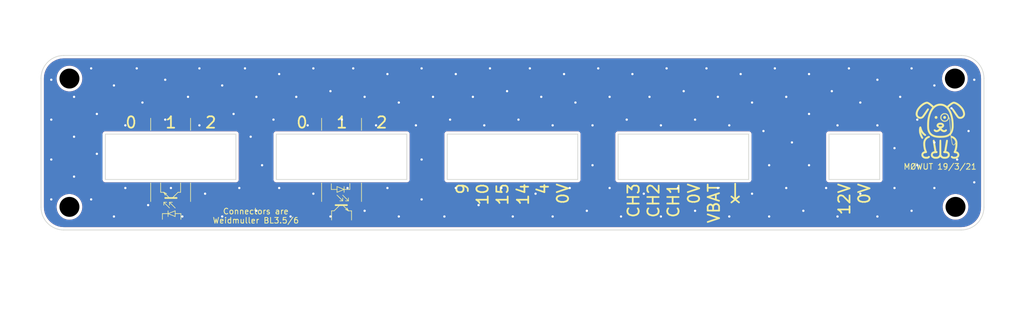
<source format=kicad_pcb>
(kicad_pcb (version 20210126) (generator pcbnew)
  (layers (0 "F.Cu" signal) (31 "B.Cu" signal) (34 "B.Paste" user) (35 "F.Paste" user) (36 "B.SilkS" user "B.Silkscreen") (37 "F.SilkS" user "F.Silkscreen") (38 "B.Mask" user) (39 "F.Mask" user) (44 "Edge.Cuts" user))
  (net 0 "")
  (net 1 "GND")
  (footprint "MountingHole:MountingHole_3.5mm" (layer "F.Cu") (at 224.960469 128.309485)
    (fp_text reference "REF**" hide)
    (fp_text value "MountingHole_3.5mm")
    (pad "" np_thru_hole circle (at 0 0) (size 3.5 3.5) (drill 3.5) (layers *.Mask))
  )
  (footprint "MountingHole:MountingHole_3.5mm" (layer "F.Cu") (at 69.440469 128.309485)
    (fp_text reference "REF**" hide)
    (fp_text value "MountingHole_3.5mm")
    (pad "" np_thru_hole circle (at 0 0) (size 3.5 3.5) (drill 3.5) (layers *.Mask))
  )
  (footprint "MountingHole:MountingHole_3.5mm" (layer "F.Cu") (at 224.960469 105.79)
    (fp_text reference "REF**" hide)
    (fp_text value "MountingHole_3.5mm")
    (pad "" np_thru_hole circle (at -0.110469 0) (size 3.5 3.5) (drill 3.5) (layers *.Mask))
  )
  (footprint "MountingHole:MountingHole_3.5mm" (layer "F.Cu") (at 69.44 105.79)
    (fp_text reference "REF**" hide)
    (fp_text value "MountingHole_3.5mm")
    (pad "" np_thru_hole circle (at 0 0) (size 3.5 3.5) (drill 3.5) (layers *.Mask))
  )
  (footprint "Misc_WUT:Logo_10mmx10mm" (layer "F.Cu") (at 222.25 115)
    (fp_text reference "REF**" hide)
    (fp_text value "Logo_10mmx10mm" hide)
    (fp_poly (pts (xy 0.129206 -1.458827) (xy 0.266306 -1.441282) (xy 0.370169 -1.41155) (xy 0.493666 -1.346092) (xy 0.591956 -1.260651) (xy 0.662403 -1.160375) (xy 0.702372 -1.05041) (xy 0.709224 -0.935902) (xy 0.680326 -0.821999) (xy 0.676545 -0.813405) (xy 0.625981 -0.735162) (xy 0.549984 -0.656479) (xy 0.460598 -0.587981) (xy 0.369865 -0.540293) (xy 0.364823 -0.538392) (xy 0.308912 -0.516486) (xy 0.268921 -0.498359) (xy 0.258783 -0.49226) (xy 0.25964 -0.469704) (xy 0.282099 -0.427853) (xy 0.319942 -0.374857) (xy 0.36695 -0.318863) (xy 0.416906 -0.268019) (xy 0.452828 -0.237976) (xy 0.562325 -0.175059) (xy 0.67048 -0.146021) (xy 0.772414 -0.150968) (xy 0.863246 -0.190002) (xy 0.908829 -0.228211) (xy 0.978164 -0.279526) (xy 1.050345 -0.299335) (xy 1.117464 -0.288475) (xy 1.171613 -0.247785) (xy 1.199219 -0.197444) (xy 1.206408 -0.119326) (xy 1.174676 -0.037853) (xy 1.104018 0.046985) (xy 1.101461 0.049425) (xy 0.995751 0.123988) (xy 0.869133 0.170962) (xy 0.729704 0.188945) (xy 0.58556 0.176536) (xy 0.499378 0.153648) (xy 0.37484 0.100951) (xy 0.256636 0.031968) (xy 0.157124 -0.04542) (xy 0.10967 -0.09485) (xy 0.053803 -0.162626) (xy -0.046383 -0.062439) (xy -0.166289 0.036056) (xy -0.304058 0.113595) (xy -0.448406 0.164887) (xy -0.572497 0.18414) (xy -0.650064 0.184979) (xy -0.720356 0.180895) (xy -0.761907 0.174154) (xy -0.85636 0.142868) (xy -0.930077 0.103909) (xy -1.001342 0.047532) (xy -1.004026 0.045114) (xy -1.075794 -0.035817) (xy -1.110094 -0.114433) (xy -1.106419 -0.189302) (xy -1.095904 -0.214674) (xy -1.061335 -0.26408) (xy -1.01519 -0.289105) (xy -0.944822 -0.296375) (xy -0.939988 -0.296392) (xy -0.884794 -0.28521) (xy -0.830353 -0.247205) (xy -0.81095 -0.228211) (xy -0.728774 -0.169398) (xy -0.632671 -0.144735) (xy -0.527521 -0.154116) (xy -0.418206 -0.197437) (xy -0.354949 -0.237976) (xy -0.306891 -0.279521) (xy -0.257081 -0.332374) (xy -0.211737 -0.388388) (xy -0.177078 -0.439415) (xy -0.159321 -0.477305) (xy -0.160905 -0.49226) (xy -0.186528 -0.505748) (xy -0.235909 -0.526528) (xy -0.272299 -0.540437) (xy -0.378211 -0.594851) (xy -0.471904 -0.67185) (xy -0.546906 -0.763538) (xy -0.596744 -0.862019) (xy -0.614939 -0.958433) (xy -0.611112 -0.984419) (xy -0.279733 -0.984419) (xy -0.263629 -0.933631) (xy -0.21621 -0.884457) (xy -0.141029 -0.841287) (xy -0.090905 -0.822264) (xy -0.016024 -0.81043) (xy 0.078288 -0.812564) (xy 0.175666 -0.826967) (xy 0.259744 -0.85194) (xy 0.278778 -0.860649) (xy 0.342415 -0.905685) (xy 0.374816 -0.956922) (xy 0.373225 -1.008448) (xy 0.358852 -1.032434) (xy 0.294291 -1.082747) (xy 0.204673 -1.11611) (xy 0.100149 -1.132524) (xy -0.009131 -1.131987) (xy -0.113013 -1.114502) (xy -0.201347 -1.080066) (xy -0.260973 -1.032434) (xy -0.279733 -0.984419) (xy -0.611112 -0.984419) (xy -0.596943 -1.080615) (xy -0.543996 -1.194257) (xy -0.460085 -1.294085) (xy -0.349201 -1.374824) (xy -0.27229 -1.41155) (xy -0.154542 -1.443961) (xy -0.015893 -1.45972) (xy 0.129206 -1.458827)) (layer "F.SilkS") (width 0.01) (fill solid))
    (fp_poly (pts (xy 2.062011 0.862694) (xy 2.11976 0.876956) (xy 2.143842 0.88358) (xy 2.319784 0.951082) (xy 2.488698 1.05159) (xy 2.643425 1.17903) (xy 2.776805 1.327332) (xy 2.881679 1.490425) (xy 2.898099 1.523226) (xy 2.954018 1.652144) (xy 2.994262 1.775927) (xy 3.020816 1.904865) (xy 3.035664 2.04925) (xy 3.040792 2.219373) (xy 3.040805 2.263147) (xy 3.031851 2.506088) (xy 3.007972 2.751008) (xy 2.970721 2.988507) (xy 2.921651 3.209186) (xy 2.862316 3.403644) (xy 2.844527 3.450965) (xy 2.804915 3.551462) (xy 2.887427 3.573395) (xy 3.041328 3.632163) (xy 3.168994 3.718165) (xy 3.26819 3.828544) (xy 3.336682 3.960443) (xy 3.372237 4.111008) (xy 3.376953 4.199254) (xy 3.357497 4.345263) (xy 3.303136 4.479474) (xy 3.217115 4.598531) (xy 3.102684 4.699078) (xy 2.963088 4.777758) (xy 2.801576 4.831217) (xy 2.756312 4.840586) (xy 2.656121 4.853343) (xy 2.541665 4.859251) (xy 2.425461 4.858474) (xy 2.320028 4.851176) (xy 2.237882 4.83752) (xy 2.224042 4.833636) (xy 2.122586 4.791531) (xy 2.031216 4.734468) (xy 1.956736 4.668547) (xy 1.905949 4.599873) (xy 1.885657 4.534546) (xy 1.885555 4.530018) (xy 1.902435 4.459519) (xy 1.946547 4.406441) (xy 2.008094 4.37571) (xy 2.077282 4.372256) (xy 2.143377 4.400313) (xy 2.188803 4.433541) (xy 2.244453 4.47429) (xy 2.256785 4.483326) (xy 2.289285 4.505513) (xy 2.320027 4.519542) (xy 2.358321 4.526816) (xy 2.413481 4.52874) (xy 2.494818 4.526717) (xy 2.534505 4.525207) (xy 2.63394 4.520105) (xy 2.705979 4.512414) (xy 2.762305 4.499755) (xy 2.814599 4.479747) (xy 2.855757 4.459739) (xy 2.953154 4.39318) (xy 3.018642 4.31137) (xy 3.049718 4.218476) (xy 3.048206 4.139509) (xy 3.013531 4.040165) (xy 2.947019 3.963303) (xy 2.848923 3.909105) (xy 2.719493 3.87775) (xy 2.677609 3.873084) (xy 2.584689 3.863833) (xy 2.521645 3.853765) (xy 2.479313 3.840382) (xy 2.448527 3.821185) (xy 2.432135 3.806188) (xy 2.399954 3.747617) (xy 2.397615 3.670607) (xy 2.424901 3.581684) (xy 2.440686 3.550261) (xy 2.50929 3.40346) (xy 2.569313 3.231142) (xy 2.61995 3.040198) (xy 2.660394 2.837517) (xy 2.689841 2.629988) (xy 2.707484 2.424501) (xy 2.712517 2.227946) (xy 2.704134 2.047212) (xy 2.68153 1.889188) (xy 2.6486 1.772705) (xy 2.56598 1.603845) (xy 2.456699 1.457632) (xy 2.324914 1.338486) (xy 2.17478 1.250827) (xy 2.14677 1.23899) (xy 2.050922 1.199992) (xy 1.985123 1.170633) (xy 1.942817 1.146886) (xy 1.917445 1.124721) (xy 1.902448 1.100108) (xy 1.896695 1.08535) (xy 1.889716 1.010806) (xy 1.918554 0.939836) (xy 1.967996 0.889196) (xy 1.99846 0.86842) (xy 2.025688 0.859717) (xy 2.062011 0.862694)) (layer "F.SilkS") (width 0.01) (fill solid))
    (fp_poly (pts (xy 2.573431 -5.116589) (xy 2.734468 -5.067814) (xy 2.90475 -4.992908) (xy 3.080749 -4.894385) (xy 3.258937 -4.774759) (xy 3.435785 -4.636543) (xy 3.607765 -4.48225) (xy 3.771349 -4.314395) (xy 3.923009 -4.135491) (xy 4.059216 -3.948052) (xy 4.149014 -3.803546) (xy 4.226718 -3.647902) (xy 4.290736 -3.478252) (xy 4.339005 -3.30361) (xy 4.369458 -3.132988) (xy 4.380033 -2.9754) (xy 4.369154 -2.842486) (xy 4.31875 -2.669095) (xy 4.237414 -2.515568) (xy 4.12917 -2.384837) (xy 3.998037 -2.279834) (xy 3.848037 -2.203488) (xy 3.683192 -2.158731) (xy 3.507522 -2.148493) (xy 3.426993 -2.155794) (xy 3.352378 -2.16781) (xy 3.285421 -2.183962) (xy 3.223437 -2.206953) (xy 3.163741 -2.239491) (xy 3.10365 -2.28428) (xy 3.040479 -2.344026) (xy 2.971543 -2.421433) (xy 2.894158 -2.519208) (xy 2.805641 -2.640056) (xy 2.703307 -2.786682) (xy 2.58447 -2.961791) (xy 2.495462 -3.09463) (xy 2.382361 -3.264471) (xy 2.289593 -3.405098) (xy 2.21535 -3.519495) (xy 2.157822 -3.610647) (xy 2.115201 -3.681538) (xy 2.085677 -3.735152) (xy 2.067441 -3.774473) (xy 2.058684 -3.802486) (xy 2.05724 -3.817553) (xy 2.07632 -3.885726) (xy 2.122661 -3.936526) (xy 2.186315 -3.964506) (xy 2.257329 -3.96422) (xy 2.297632 -3.949137) (xy 2.31667 -3.928761) (xy 2.354635 -3.879393) (xy 2.408963 -3.804673) (xy 2.477088 -3.708245) (xy 2.556442 -3.59375) (xy 2.644462 -3.46483) (xy 2.738579 -3.325127) (xy 2.762246 -3.289714) (xy 2.859383 -3.145327) (xy 2.952818 -3.00869) (xy 3.03968 -2.883838) (xy 3.117097 -2.774807) (xy 3.182198 -2.685632) (xy 3.232111 -2.620349) (xy 3.263965 -2.582994) (xy 3.267485 -2.579615) (xy 3.367395 -2.513621) (xy 3.478737 -2.480366) (xy 3.595193 -2.477778) (xy 3.710445 -2.503781) (xy 3.818176 -2.556302) (xy 3.912068 -2.633266) (xy 3.985805 -2.7326) (xy 4.026663 -2.828847) (xy 4.045536 -2.905562) (xy 4.052585 -2.979338) (xy 4.047707 -3.062329) (xy 4.030796 -3.166692) (xy 4.023448 -3.203562) (xy 3.964493 -3.411125) (xy 3.872695 -3.615554) (xy 3.746473 -3.819554) (xy 3.584247 -4.025832) (xy 3.470879 -4.149832) (xy 3.320235 -4.296156) (xy 3.162611 -4.42986) (xy 3.00276 -4.548034) (xy 2.845435 -4.647769) (xy 2.695386 -4.726157) (xy 2.557367 -4.780286) (xy 2.43613 -4.807249) (xy 2.392918 -4.809777) (xy 2.333299 -4.796451) (xy 2.250845 -4.758626) (xy 2.150255 -4.699532) (xy 2.036229 -4.622401) (xy 1.913464 -4.53046) (xy 1.786661 -4.426942) (xy 1.660519 -4.315075) (xy 1.62549 -4.282253) (xy 1.47046 -4.135128) (xy 1.58936 -3.969337) (xy 1.769846 -3.68644) (xy 1.927862 -3.372344) (xy 2.06348 -3.026837) (xy 2.176777 -2.649708) (xy 2.267825 -2.240747) (xy 2.326276 -1.879007) (xy 2.338293 -1.769595) (xy 2.34868 -1.633457) (xy 2.357274 -1.47811) (xy 2.363913 -1.311073) (xy 2.368433 -1.139863) (xy 2.370672 -0.971999) (xy 2.370467 -0.814997) (xy 2.367656 -0.676377) (xy 2.362075 -0.563656) (xy 2.356094 -0.501546) (xy 2.305129 -0.210239) (xy 2.231861 0.049554) (xy 2.135188 0.279145) (xy 2.014007 0.479847) (xy 1.867216 0.652972) (xy 1.69371 0.799832) (xy 1.492389 0.92174) (xy 1.262148 1.020008) (xy 1.016766 1.092387) (xy 0.840149 1.12725) (xy 0.634531 1.154559) (xy 0.409328 1.173909) (xy 0.173955 1.184894) (xy -0.06217 1.187111) (xy -0.289632 1.180154) (xy -0.499015 1.163618) (xy -0.537215 1.159209) (xy -0.839988 1.108945) (xy -1.111486 1.035754) (xy -1.352417 0.939157) (xy -1.563492 0.818675) (xy -1.745422 0.673831) (xy -1.898915 0.504144) (xy -2.024681 0.309137) (xy -2.122931 0.089698) (xy -2.16414 -0.030136) (xy -2.196802 -0.144288) (xy -2.22199 -0.260059) (xy -2.240775 -0.38475) (xy -2.25423 -0.525665) (xy -2.263427 -0.690105) (xy -2.269439 -0.885373) (xy -2.27001 -0.911853) (xy -2.269732 -0.941861) (xy -1.940364 -0.941861) (xy -1.938951 -0.760448) (xy -1.932876 -0.605731) (xy -1.921529 -0.471593) (xy -1.904298 -0.351922) (xy -1.880574 -0.240601) (xy -1.849745 -0.131516) (xy -1.829181 -0.069216) (xy -1.762048 0.097601) (xy -1.682549 0.237722) (xy -1.583069 0.36324) (xy -1.510595 0.436596) (xy -1.356572 0.557407) (xy -1.171196 0.659469) (xy -0.958158 0.741317) (xy -0.721149 0.801489) (xy -0.507907 0.834028) (xy -0.402267 0.842492) (xy -0.267555 0.848516) (xy -0.113699 0.852093) (xy 0.049372 0.853218) (xy 0.211729 0.851882) (xy 0.363443 0.848081) (xy 0.494586 0.841808) (xy 0.580596 0.83473) (xy 0.858717 0.791567) (xy 1.105308 0.725363) (xy 1.32041 0.636101) (xy 1.504066 0.523764) (xy 1.608473 0.436596) (xy 1.720123 0.317382) (xy 1.813082 0.186823) (xy 1.888478 0.04113) (xy 1.947439 -0.123489) (xy 1.991092 -0.310826) (xy 2.020566 -0.524671) (xy 2.036987 -0.768816) (xy 2.041538 -1.019315) (xy 2.030649 -1.420293) (xy 1.998687 -1.804237) (xy 1.946416 -2.169428) (xy 1.874603 -2.514151) (xy 1.784014 -2.836688) (xy 1.675416 -3.135324) (xy 1.549576 -3.408341) (xy 1.407258 -3.654023) (xy 1.249229 -3.870653) (xy 1.076257 -4.056514) (xy 0.889106 -4.20989) (xy 0.688543 -4.329065) (xy 0.535714 -4.39292) (xy 0.313393 -4.450201) (xy 0.081728 -4.472561) (xy -0.151087 -4.460001) (xy -0.376858 -4.412521) (xy -0.437835 -4.39292) (xy -0.649056 -4.298916) (xy -0.847826 -4.168646) (xy -1.033287 -4.003164) (xy -1.204581 -3.803522) (xy -1.360848 -3.570773) (xy -1.501228 -3.305971) (xy -1.624864 -3.010167) (xy -1.669484 -2.883263) (xy -1.750556 -2.618774) (xy -1.815428 -2.356331) (xy -1.865327 -2.088028) (xy -1.901483 -1.805959) (xy -1.925122 -1.502219) (xy -1.937473 -1.168902) (xy -1.937726 -1.156084) (xy -1.940364 -0.941861) (xy -2.269732 -0.941861) (xy -2.26581 -1.364243) (xy -2.234452 -1.799996) (xy -2.176464 -2.217046) (xy -2.092373 -2.613324) (xy -1.982706 -2.98676) (xy -1.84799 -3.335286) (xy -1.688754 -3.656834) (xy -1.505524 -3.949334) (xy -1.49027 -3.970824) (xy -1.3723 -4.135521) (xy -1.53565 -4.288678) (xy -1.668517 -4.408292) (xy -1.800434 -4.517823) (xy -1.927054 -4.614285) (xy -2.044026 -4.694695) (xy -2.147001 -4.756067) (xy -2.231631 -4.795419) (xy -2.293567 -4.809764) (xy -2.29504 -4.809777) (xy -2.378296 -4.798653) (xy -2.485078 -4.767114) (xy -2.607442 -4.717913) (xy -2.722439 -4.661799) (xy -2.903898 -4.551886) (xy -3.086658 -4.415152) (xy -3.264748 -4.257886) (xy -3.432196 -4.086374) (xy -3.583031 -3.906901) (xy -3.71128 -3.725754) (xy -3.810973 -3.54922) (xy -3.839707 -3.485658) (xy -3.875419 -3.38711) (xy -3.908052 -3.273547) (xy -3.93448 -3.158309) (xy -3.951578 -3.054739) (xy -3.956445 -2.9873) (xy -3.950651 -2.928464) (xy -3.936016 -2.85598) (xy -3.927699 -2.825284) (xy -3.875132 -2.70907) (xy -3.796901 -2.613942) (xy -3.699388 -2.542019) (xy -3.588976 -2.495419) (xy -3.472047 -2.47626) (xy -3.354985 -2.486661) (xy -3.244171 -2.528738) (xy -3.17632 -2.575946) (xy -3.142765 -2.612099) (xy -3.089972 -2.678991) (xy -3.019584 -2.77433) (xy -2.933245 -2.895824) (xy -2.832599 -3.041183) (xy -2.719287 -3.208116) (xy -2.666243 -3.287209) (xy -2.57069 -3.429277) (xy -2.480634 -3.561455) (xy -2.398636 -3.680115) (xy -2.327252 -3.781628) (xy -2.269041 -3.862367) (xy -2.226561 -3.918704) (xy -2.20237 -3.94701) (xy -2.19936 -3.949348) (xy -2.127579 -3.969258) (xy -2.05905 -3.957289) (xy -2.003172 -3.918725) (xy -1.96934 -3.858849) (xy -1.963522 -3.816734) (xy -1.966223 -3.793955) (xy -1.97562 -3.764609) (xy -1.99366 -3.725445) (xy -2.022286 -3.673216) (xy -2.063443 -3.604671) (xy -2.119076 -3.516562) (xy -2.19113 -3.40564) (xy -2.281548 -3.268655) (xy -2.380733 -3.119652) (xy -2.477593 -2.97542) (xy -2.571265 -2.837653) (xy -2.658728 -2.710666) (xy -2.736965 -2.598774) (xy -2.802955 -2.506292) (xy -2.853681 -2.437536) (xy -2.886123 -2.39682) (xy -2.88751 -2.395266) (xy -3.010528 -2.286022) (xy -3.149339 -2.209007) (xy -3.298843 -2.163432) (xy -3.453939 -2.148504) (xy -3.609526 -2.163433) (xy -3.760504 -2.207426) (xy -3.90177 -2.279693) (xy -4.028224 -2.379442) (xy -4.134766 -2.505881) (xy -4.188465 -2.597093) (xy -4.25 -2.75) (xy -4.279558 -2.906212) (xy -4.27864 -3.075669) (xy -4.271 -3.142838) (xy -4.222873 -3.380374) (xy -4.144721 -3.608618) (xy -4.034674 -3.831038) (xy -3.890868 -4.051102) (xy -3.711433 -4.272277) (xy -3.595793 -4.396777) (xy -3.418758 -4.566945) (xy -3.236608 -4.718589) (xy -3.052986 -4.849813) (xy -2.871533 -4.958721) (xy -2.695894 -5.043418) (xy -2.529709 -5.102006) (xy -2.376622 -5.132591) (xy -2.240276 -5.133277) (xy -2.195326 -5.125691) (xy -2.091903 -5.090979) (xy -1.968244 -5.030188) (xy -1.829592 -4.946872) (xy -1.681188 -4.844584) (xy -1.528273 -4.726874) (xy -1.376091 -4.597297) (xy -1.269537 -4.498281) (xy -1.213129 -4.445125) (xy -1.167265 -4.404335) (xy -1.139102 -4.382176) (xy -1.134327 -4.37993) (xy -1.11331 -4.390778) (xy -1.070791 -4.419117) (xy -1.019953 -4.455883) (xy -0.813649 -4.589113) (xy -0.593632 -4.689632) (xy -0.353547 -4.760127) (xy -0.252652 -4.780141) (xy 0.005441 -4.805837) (xy 0.262984 -4.794076) (xy 0.515374 -4.745945) (xy 0.758006 -4.662534) (xy 0.986277 -4.544934) (xy 1.117832 -4.455883) (xy 1.171871 -4.416888) (xy 1.213291 -4.389485) (xy 1.232206 -4.37993) (xy 1.251023 -4.39262) (xy 1.290481 -4.426513) (xy 1.343423 -4.475346) (xy 1.367415 -4.498281) (xy 1.515807 -4.634224) (xy 1.668718 -4.760866) (xy 1.820906 -4.874654) (xy 1.967131 -4.972036) (xy 2.102149 -5.049459) (xy 2.220721 -5.103372) (xy 2.293205 -5.125691) (xy 2.425167 -5.136719) (xy 2.573431 -5.116589)) (layer "F.SilkS") (width 0.01) (fill solid))
    (fp_poly (pts (xy 0.922947 -2.603975) (xy 0.991412 -2.541082) (xy 1.007115 -2.517943) (xy 1.039942 -2.431724) (xy 1.038955 -2.345967) (xy 1.008886 -2.267564) (xy 0.954466 -2.203412) (xy 0.880424 -2.160405) (xy 0.791492 -2.145437) (xy 0.753757 -2.148694) (xy 0.674508 -2.178794) (xy 0.612427 -2.235653) (xy 0.571271 -2.310058) (xy 0.554798 -2.392794) (xy 0.566765 -2.474649) (xy 0.597741 -2.531301) (xy 0.671378 -2.598608) (xy 0.755246 -2.632989) (xy 0.841664 -2.634694) (xy 0.922947 -2.603975)) (layer "F.SilkS") (width 0.01) (fill solid))
    (fp_poly (pts (xy 0.076564 1.533923) (xy 0.116628 1.548443) (xy 0.171333 1.583525) (xy 0.194722 1.621974) (xy 0.196619 1.649035) (xy 0.198558 1.711729) (xy 0.200498 1.806612) (xy 0.202399 1.930238) (xy 0.204219 2.079166) (xy 0.205917 2.249949) (xy 0.207452 2.439144) (xy 0.208783 2.643308) (xy 0.209868 2.858995) (xy 0.210071 2.907916) (xy 0.215016 4.148608) (xy 0.268074 4.249208) (xy 0.338199 4.356113) (xy 0.423437 4.435324) (xy 0.528224 4.488886) (xy 0.656996 4.518841) (xy 0.814188 4.527235) (xy 0.868276 4.525825) (xy 1.007816 4.514652) (xy 1.117397 4.492203) (xy 1.205212 4.455644) (xy 1.279455 4.402141) (xy 1.309103 4.37337) (xy 1.344231 4.328753) (xy 1.363276 4.278382) (xy 1.372259 4.20602) (xy 1.372499 4.202359) (xy 1.366981 4.098434) (xy 1.334402 4.015753) (xy 1.272869 3.952932) (xy 1.180487 3.908586) (xy 1.055361 3.88133) (xy 0.918401 3.870441) (xy 0.809351 3.865939) (xy 0.731915 3.860274) (xy 0.678633 3.851877) (xy 0.642045 3.83918) (xy 0.61469 3.820612) (xy 0.596557 3.802764) (xy 0.561691 3.740302) (xy 0.558581 3.671376) (xy 0.583869 3.606673) (xy 0.634201 3.55688) (xy 0.67993 3.537268) (xy 0.742555 3.521187) (xy 0.899775 2.584436) (xy 0.931376 2.397057) (xy 0.961403 2.22075) (xy 0.989173 2.059403) (xy 1.014003 1.916905) (xy 1.03521 1.797144) (xy 1.052112 1.704009) (xy 1.064024 1.641388) (xy 1.070265 1.61317) (xy 1.070462 1.61261) (xy 1.096447 1.582442) (xy 1.143221 1.553075) (xy 1.153484 1.548474) (xy 1.230887 1.53334) (xy 1.297968 1.555558) (xy 1.352097 1.614169) (xy 1.357132 1.62277) (xy 1.363717 1.637188) (xy 1.368105 1.655807) (xy 1.369865 1.682037) (xy 1.368567 1.719291) (xy 1.363783 1.770978) (xy 1.355083 1.84051) (xy 1.342038 1.931298) (xy 1.324218 2.046753) (xy 1.301193 2.190286) (xy 1.272535 2.365308) (xy 1.237814 2.57523) (xy 1.235377 2.589924) (xy 1.204856 2.774409) (xy 1.176405 2.947345) (xy 1.150646 3.104865) (xy 1.128206 3.2431) (xy 1.109709 3.358184) (xy 1.095781 3.446248) (xy 1.087047 3.503425) (xy 1.084128 3.525765) (xy 1.101687 3.541982) (xy 1.145383 3.556691) (xy 1.166504 3.560807) (xy 1.269262 3.588646) (xy 1.377637 3.636663) (xy 1.477398 3.697278) (xy 1.554319 3.762913) (xy 1.561884 3.771401) (xy 1.641085 3.891163) (xy 1.690542 4.025661) (xy 1.710079 4.167226) (xy 1.699524 4.308191) (xy 1.658703 4.440885) (xy 1.587442 4.557639) (xy 1.579899 4.566672) (xy 1.472815 4.67239) (xy 1.352483 4.751954) (xy 1.213184 4.807761) (xy 1.049198 4.842208) (xy 0.888367 4.856381) (xy 0.692981 4.85589) (xy 0.525634 4.833778) (xy 0.380737 4.78833) (xy 0.252704 4.717834) (xy 0.143613 4.628045) (xy 0.048939 4.536792) (xy -0.045735 4.628045) (xy -0.165334 4.721393) (xy -0.30624 4.796113) (xy -0.441706 4.841041) (xy -0.498607 4.849011) (xy -0.582571 4.854652) (xy -0.681644 4.857801) (xy -0.783875 4.858292) (xy -0.877308 4.855962) (xy -0.949992 4.850646) (xy -0.967061 4.848264) (xy -1.119316 4.80822) (xy -1.261361 4.743222) (xy -1.3867 4.658032) (xy -1.488838 4.557412) (xy -1.561282 4.446125) (xy -1.581055 4.398044) (xy -1.610047 4.256684) (xy -1.606537 4.10866) (xy -1.572425 3.964137) (xy -1.509609 3.833286) (xy -1.464006 3.771401) (xy -1.391091 3.705671) (xy -1.293489 3.643976) (xy -1.185428 3.593898) (xy -1.081139 3.563013) (xy -1.068626 3.560807) (xy -1.018256 3.548128) (xy -0.989111 3.53185) (xy -0.98625 3.525765) (xy -0.989289 3.502604) (xy -0.998134 3.444766) (xy -1.01216 3.356119) (xy -1.030743 3.240531) (xy -1.053256 3.101869) (xy -1.079075 2.944001) (xy -1.107574 2.770794) (xy -1.137498 2.589924) (xy -1.172622 2.377654) (xy -1.201655 2.200502) (xy -1.225027 2.055057) (xy -1.243167 1.937908) (xy -1.256505 1.845644) (xy -1.26547 1.774855) (xy -1.270492 1.722128) (xy -1.271999 1.684054) (xy -1.270422 1.65722) (xy -1.26619 1.638217) (xy -1.259732 1.623632) (xy -1.259253 1.62277) (xy -1.210251 1.56734) (xy -1.146996 1.538339) (xy -1.080044 1.536416) (xy -1.019953 1.562218) (xy -0.982509 1.605779) (xy -0.974791 1.632984) (xy -0.961459 1.694822) (xy -0.943235 1.787365) (xy -0.920845 1.906687) (xy -0.89501 2.048859) (xy -0.866455 2.209955) (xy -0.835904 2.386048) (xy -0.804079 2.573211) (xy -0.80219 2.584436) (xy -0.644676 3.521187) (xy -0.582052 3.537268) (xy -0.516912 3.57121) (xy -0.474582 3.627178) (xy -0.458416 3.694483) (xy -0.471771 3.762437) (xy -0.498678 3.802764) (xy -0.524005 3.826519) (xy -0.553202 3.843277) (xy -0.593732 3.854606) (xy -0.653054 3.862076) (xy -0.738628 3.867255) (xy -0.820522 3.870441) (xy -0.975675 3.883957) (xy -1.096436 3.913357) (xy -1.184699 3.960028) (xy -1.242359 4.025354) (xy -1.27131 4.110719) (xy -1.274621 4.202359) (xy -1.265921 4.275965) (xy -1.247405 4.326917) (xy -1.213053 4.371451) (xy -1.211225 4.37337) (xy -1.140286 4.434989) (xy -1.059281 4.478452) (xy -0.960017 4.506592) (xy -0.8343 4.522243) (xy -0.770397 4.525825) (xy -0.605166 4.52395) (xy -0.470072 4.501901) (xy -0.360575 4.457517) (xy -0.272134 4.388636) (xy -0.200208 4.293097) (xy -0.17211 4.241017) (xy -0.117138 4.12907) (xy -0.112255 2.898147) (xy -0.111235 2.681241) (xy -0.109956 2.475102) (xy -0.108459 2.283187) (xy -0.106788 2.108957) (xy -0.104982 1.95587) (xy -0.103085 1.827385) (xy -0.101136 1.726962) (xy -0.099179 1.658059) (xy -0.097254 1.624136) (xy -0.096906 1.621974) (xy -0.068729 1.579078) (xy -0.01875 1.548443) (xy 0.033414 1.531257) (xy 0.076564 1.533923)) (layer "F.SilkS") (width 0.01) (fill solid))
    (fp_poly (pts (xy -0.641208 -2.630082) (xy -0.596585 -2.61209) (xy -0.518645 -2.553184) (xy -0.471635 -2.475831) (xy -0.459061 -2.402941) (xy -0.475243 -2.302885) (xy -0.520026 -2.224451) (xy -0.587767 -2.171761) (xy -0.672822 -2.148936) (xy -0.769546 -2.160099) (xy -0.78486 -2.165011) (xy -0.832353 -2.181359) (xy -0.86022 -2.190591) (xy -0.86289 -2.191329) (xy -0.874135 -2.206349) (xy -0.898134 -2.243438) (xy -0.906852 -2.257429) (xy -0.940808 -2.34286) (xy -0.942278 -2.427297) (xy -0.916372 -2.504897) (xy -0.868201 -2.569817) (xy -0.802876 -2.616216) (xy -0.725508 -2.638252) (xy -0.641208 -2.630082)) (layer "F.SilkS") (width 0.01) (fill solid))
    (fp_poly (pts (xy -3.394961 -0.796542) (xy -3.35317 -0.769507) (xy -3.31884 -0.718061) (xy -3.288209 -0.636978) (xy -3.264339 -0.549294) (xy -3.183623 -0.282983) (xy -3.080029 -0.047307) (xy -2.952408 0.159582) (xy -2.799608 0.339529) (xy -2.620479 0.494381) (xy -2.608034 0.503522) (xy -2.526176 0.568752) (xy -2.476441 0.624131) (xy -2.455175 0.675521) (xy -2.458722 0.728781) (xy -2.461515 0.738397) (xy -2.499046 0.800684) (xy -2.558902 0.843344) (xy -2.617121 0.856377) (xy -2.679148 0.841284) (xy -2.758609 0.799098) (xy -2.850138 0.73446) (xy -2.948366 0.652012) (xy -3.047926 0.556394) (xy -3.14345 0.452248) (xy -3.22957 0.344216) (xy -3.261148 0.299531) (xy -3.305414 0.235239) (xy -3.331768 0.200705) (xy -3.343664 0.192966) (xy -3.344552 0.209059) (xy -3.340813 0.231147) (xy -3.315105 0.33479) (xy -3.274588 0.46174) (xy -3.223377 0.601116) (xy -3.165584 0.742033) (xy -3.105322 0.873609) (xy -3.076197 0.931263) (xy -3.017087 1.049754) (xy -2.979908 1.141186) (xy -2.964357 1.210632) (xy -2.970127 1.263164) (xy -2.996914 1.303856) (xy -3.044412 1.33778) (xy -3.051507 1.341647) (xy -3.105032 1.361079) (xy -3.15696 1.354308) (xy -3.190108 1.340286) (xy -3.230695 1.305874) (xy -3.280897 1.239699) (xy -3.33783 1.14702) (xy -3.39861 1.033099) (xy -3.460353 0.903195) (xy -3.520174 0.762569) (xy -3.552288 0.679685) (xy -3.624776 0.460055) (xy -3.671504 0.253159) (xy -3.694863 0.04463) (xy -3.697247 -0.1799) (xy -3.696956 -0.18893) (xy -3.684397 -0.380653) (xy -3.660635 -0.535647) (xy -3.625345 -0.654714) (xy -3.578202 -0.738659) (xy -3.518881 -0.788283) (xy -3.447975 -0.804392) (xy -3.394961 -0.796542)) (layer "F.SilkS") (width 0.01) (fill solid))
    (fp_poly (pts (xy -1.890077 0.873745) (xy -1.847089 0.91119) (xy -1.846857 0.911421) (xy -1.797774 0.980446) (xy -1.786262 1.048184) (xy -1.810908 1.110648) (xy -1.870299 1.163849) (xy -1.948879 1.199412) (xy -2.065542 1.242811) (xy -2.160023 1.292244) (xy -2.249048 1.357411) (xy -2.303565 1.405136) (xy -2.411914 1.519924) (xy -2.495979 1.646163) (xy -2.55701 1.788172) (xy -2.596261 1.950271) (xy -2.614985 2.136782) (xy -2.614432 2.352025) (xy -2.608407 2.456912) (xy -2.583035 2.70431) (xy -2.543802 2.940871) (xy -2.492297 3.160047) (xy -2.430113 3.355287) (xy -2.35884 3.520042) (xy -2.342808 3.550261) (xy -2.303486 3.648795) (xy -2.297945 3.737896) (xy -2.307813 3.776502) (xy -2.342317 3.816743) (xy -2.405599 3.847074) (xy -2.487808 3.863503) (xy -2.526924 3.8653) (xy -2.658192 3.878433) (xy -2.769226 3.915383) (xy -2.856801 3.97248) (xy -2.917691 4.04605) (xy -2.948672 4.132423) (xy -2.946519 4.227927) (xy -2.917832 4.310347) (xy -2.883108 4.368971) (xy -2.840287 4.411692) (xy -2.776126 4.450971) (xy -2.759011 4.459792) (xy -2.701768 4.486499) (xy -2.648844 4.504151) (xy -2.588483 4.515134) (xy -2.508924 4.521832) (xy -2.436627 4.525207) (xy -2.342908 4.52836) (xy -2.278902 4.528101) (xy -2.235299 4.523024) (xy -2.202785 4.511726) (xy -2.17205 4.492803) (xy -2.158907 4.483326) (xy -2.103952 4.443077) (xy -2.054186 4.406664) (xy -2.045498 4.400313) (xy -1.978232 4.372015) (xy -1.909047 4.375971) (xy -1.847713 4.407242) (xy -1.804001 4.460889) (xy -1.787676 4.530641) (xy -1.804956 4.591589) (xy -1.852377 4.658717) (xy -1.923314 4.724974) (xy -2.011139 4.783309) (xy -2.038539 4.797598) (xy -2.09305 4.822318) (xy -2.143115 4.838503) (xy -2.199959 4.848153) (xy -2.274807 4.853268) (xy -2.364061 4.855599) (xy -2.463849 4.855351) (xy -2.560257 4.851658) (xy -2.639857 4.845199) (xy -2.676478 4.839789) (xy -2.839134 4.790925) (xy -2.981522 4.715755) (xy -3.100136 4.618006) (xy -3.191467 4.501407) (xy -3.25201 4.369684) (xy -3.278258 4.226565) (xy -3.279074 4.199254) (xy -3.262275 4.039781) (xy -3.211328 3.897427) (xy -3.128469 3.775048) (xy -3.015931 3.675501) (xy -2.875949 3.601642) (xy -2.789548 3.573395) (xy -2.707036 3.551462) (xy -2.746324 3.451787) (xy -2.802422 3.285004) (xy -2.85046 3.093798) (xy -2.889602 2.886368) (xy -2.919015 2.670914) (xy -2.937862 2.455638) (xy -2.945309 2.248737) (xy -2.940519 2.058414) (xy -2.922658 1.892867) (xy -2.911193 1.8333) (xy -2.850028 1.637625) (xy -2.75924 1.454142) (xy -2.643006 1.287185) (xy -2.5055 1.141089) (xy -2.350901 1.020186) (xy -2.183383 0.928812) (xy -2.007122 0.8713) (xy -1.978742 0.865595) (xy -1.927771 0.860698) (xy -1.890077 0.873745)) (layer "F.SilkS") (width 0.01) (fill solid))
    (fp_poly (pts (xy 0.907235 -3.125689) (xy 0.979676 -3.120585) (xy 1.03638 -3.109046) (xy 1.090629 -3.088589) (xy 1.141078 -3.06419) (xy 1.267459 -2.981847) (xy 1.378075 -2.874599) (xy 1.467008 -2.751028) (xy 1.52834 -2.619719) (xy 1.556153 -2.489255) (xy 1.557187 -2.460721) (xy 1.562969 -2.401495) (xy 1.583642 -2.371797) (xy 1.598115 -2.365284) (xy 1.62964 -2.340049) (xy 1.667739 -2.288708) (xy 1.693365 -2.243285) (xy 1.719142 -2.186307) (xy 1.735264 -2.132543) (xy 1.743884 -2.069198) (xy 1.747151 -1.983473) (xy 1.747444 -1.921474) (xy 1.749366 -1.807362) (xy 1.754736 -1.671457) (xy 1.762634 -1.534073) (xy 1.768598 -1.454671) (xy 1.789528 -1.203913) (xy 1.806866 -0.990434) (xy 1.820919 -0.809363) (xy 1.831997 -0.655826) (xy 1.840407 -0.52495) (xy 1.846458 -0.411863) (xy 1.850459 -0.311692) (xy 1.852718 -0.219563) (xy 1.853543 -0.130605) (xy 1.853564 -0.112322) (xy 1.854963 0.010176) (xy 1.858823 0.1297) (xy 1.864587 0.233952) (xy 1.871697 0.310636) (xy 1.873233 0.321595) (xy 1.884273 0.400126) (xy 1.897523 0.503921) (xy 1.910872 0.61613) (xy 1.917193 0.672579) (xy 1.929088 0.768578) (xy 1.941958 0.851379) (xy 1.953994 0.91027) (xy 1.960979 0.931583) (xy 1.973459 0.97551) (xy 1.980407 1.039494) (xy 1.980889 1.058583) (xy 1.98626 1.143511) (xy 2.000927 1.260811) (xy 2.023529 1.401886) (xy 2.052705 1.558137) (xy 2.082253 1.699162) (xy 2.105376 1.807334) (xy 2.128694 1.921739) (xy 2.14785 2.020891) (xy 2.150948 2.037829) (xy 2.168417 2.1228) (xy 2.187922 2.199848) (xy 2.20421 2.249495) (xy 2.242655 2.308974) (xy 2.299596 2.362705) (xy 2.360825 2.399162) (xy 2.399916 2.408245) (xy 2.449472 2.390153) (xy 2.50564 2.34243) (xy 2.559707 2.274908) (xy 2.60296 2.19742) (xy 2.61562 2.164829) (xy 2.643335 2.101608) (xy 2.673672 2.061025) (xy 2.700574 2.047249) (xy 2.717983 2.064452) (xy 2.721353 2.092029) (xy 2.702517 2.202367) (xy 2.650161 2.313574) (xy 2.580237 2.402368) (xy 2.498448 2.467925) (xy 2.418124 2.493907) (xy 2.332499 2.482261) (xy 2.319187 2.477544) (xy 2.267739 2.44656) (xy 2.207146 2.394809) (xy 2.152108 2.336394) (xy 2.117326 2.285417) (xy 2.116137 2.282746) (xy 2.100716 2.234245) (xy 2.082859 2.160251) (xy 2.067057 2.080162) (xy 2.04962 1.987039) (xy 2.026859 1.874145) (xy 2.003124 1.762922) (xy 1.998358 1.741495) (xy 1.964779 1.582462) (xy 1.936343 1.42927) (xy 1.914486 1.29092) (xy 1.900642 1.176415) (xy 1.896223 1.101204) (xy 1.89156 1.046257) (xy 1.880273 1.014429) (xy 1.874687 1.011245) (xy 1.863095 0.992107) (xy 1.855407 0.942739) (xy 1.85352 0.894829) (xy 1.850376 0.831071) (xy 1.842265 0.788785) (xy 1.834396 0.778412) (xy 1.827212 0.770201) (xy 1.82047 0.743477) (xy 1.81395 0.695107) (xy 1.807434 0.621957) (xy 1.800701 0.520892) (xy 1.793531 0.388777) (xy 1.785705 0.222479) (xy 1.777004 0.018863) (xy 1.771325 -0.121171) (xy 1.763778 -0.299338) (xy 1.755818 -0.461999) (xy 1.746813 -0.61848) (xy 1.736131 -0.778102) (xy 1.723142 -0.950189) (xy 1.707213 -1.144064) (xy 1.687713 -1.369051) (xy 1.683775 -1.413578) (xy 1.674488 -1.541005) (xy 1.667235 -1.683503) (xy 1.663104 -1.817704) (xy 1.662555 -1.868662) (xy 1.660502 -1.980892) (xy 1.653803 -2.062626) (xy 1.640819 -2.125593) (xy 1.619911 -2.181523) (xy 1.618364 -2.184921) (xy 1.574638 -2.280171) (xy 1.527509 -2.151375) (xy 1.445775 -1.982304) (xy 1.336998 -1.844549) (xy 1.203686 -1.739907) (xy 1.048349 -1.670175) (xy 0.873494 -1.637147) (xy 0.80577 -1.634588) (xy 0.644783 -1.646965) (xy 0.507667 -1.687227) (xy 0.383101 -1.760072) (xy 0.274751 -1.854986) (xy 0.172297 -1.972279) (xy 0.104746 -2.089023) (xy 0.067704 -2.216618) (xy 0.057826 -2.352123) (xy 0.226169 -2.352123) (xy 0.239396 -2.232067) (xy 0.253886 -2.179587) (xy 0.321058 -2.050271) (xy 0.417527 -1.945117) (xy 0.536198 -1.866661) (xy 0.669977 -1.817438) (xy 0.811766 -1.799985) (xy 0.954471 -1.816838) (xy 1.090996 -1.870533) (xy 1.101591 -1.876586) (xy 1.22237 -1.969484) (xy 1.310931 -2.083476) (xy 1.367242 -2.212154) (xy 1.391267 -2.34911) (xy 1.382971 -2.487935) (xy 1.34232 -2.62222) (xy 1.26928 -2.745556) (xy 1.163816 -2.851536) (xy 1.107067 -2.891057) (xy 0.988632 -2.942146) (xy 0.851072 -2.965756) (xy 0.708526 -2.960592) (xy 0.60648 -2.936934) (xy 0.498336 -2.882991) (xy 0.396177 -2.800165) (xy 0.311985 -2.700196) (xy 0.257934 -2.59539) (xy 0.232412 -2.479791) (xy 0.226169 -2.352123) (xy 0.057826 -2.352123) (xy 0.05678 -2.366466) (xy 0.057951 -2.417755) (xy 0.066198 -2.529534) (xy 0.0827 -2.615126) (xy 0.11073 -2.690383) (xy 0.116983 -2.703505) (xy 0.205369 -2.84195) (xy 0.322884 -2.963997) (xy 0.457497 -3.057391) (xy 0.471747 -3.064841) (xy 0.53311 -3.093922) (xy 0.586687 -3.1122) (xy 0.645727 -3.122134) (xy 0.723477 -3.126184) (xy 0.80577 -3.126838) (xy 0.907235 -3.125689)) (layer "F.SilkS") (width 0.01) (fill solid))
  )
  (gr_line (start 117.4 127.25) (end 116.4 126.25) (layer "F.SilkS") (width 0.12))
  (gr_line (start 116.4 125.75) (end 117.65 125.25) (layer "F.SilkS") (width 0.12))
  (gr_line (start 87.5 126.75) (end 88.5 125.75) (layer "F.SilkS") (width 0.12))
  (gr_line (start 115.45 130.625) (end 115.45 129) (layer "F.SilkS") (width 0.12))
  (gr_line (start 86 127.5) (end 86 128) (layer "F.SilkS") (width 0.12))
  (gr_line (start 117.9 128.75) (end 118.4 129) (layer "F.SilkS") (width 0.12))
  (gr_line (start 88 129) (end 88 130) (layer "F.SilkS") (width 0.12))
  (gr_line (start 113.7 112.75) (end 113.7 114.875) (layer "F.SilkS") (width 0.12))
  (gr_line (start 86.75 129.5) (end 85.75 129.5) (layer "F.SilkS") (width 0.12))
  (gr_line (start 89 129.5) (end 89 130.5) (layer "F.SilkS") (width 0.12))
  (gr_line (start 90.7 124.125) (end 90.7 127.375) (layer "F.SilkS") (width 0.12))
  (gr_line (start 117.65 125.75) (end 117.65 124.75) (layer "F.SilkS") (width 0.12))
  (gr_line (start 116.4 125.75) (end 116.4 124.75) (layer "F.SilkS") (width 0.12))
  (gr_line (start 87 127.5) (end 88 128.5) (layer "F.SilkS") (width 0.12))
  (gr_line (start 85.75 129.5) (end 85.75 130.5) (layer "F.SilkS") (width 0.12))
  (gr_line (start 86.5 126) (end 86 125.75) (layer "F.SilkS") (width 0.12))
  (gr_line (start 120.7 112.75) (end 120.7 114.875) (layer "F.SilkS") (width 0.12))
  (gr_line (start 116.4 125.25) (end 115.4 125.25) (layer "F.SilkS") (width 0.12))
  (gr_line (start 87 127.5) (end 87.5 127.5) (layer "F.SilkS") (width 0.12))
  (gr_line (start 88 129) (end 86.75 129.5) (layer "F.SilkS") (width 0.12))
  (gr_line (start 117.65 125.25) (end 118.65 125.25) (layer "F.SilkS") (width 0.12))
  (gr_line (start 85.45 125.75) (end 86 125.75) (layer "F.SilkS") (width 0.12))
  (gr_line (start 118.4 127.25) (end 118.4 126.75) (layer "F.SilkS") (width 0.12))
  (gr_line (start 88.95 124.125) (end 88.95 125.75) (layer "F.SilkS") (width 0.12))
  (gr_line (start 118.15 128) (end 116.15 128) (layer "F.SilkS") (width 0.3))
  (gr_line (start 115.9 129) (end 115.45 129) (layer "F.SilkS") (width 0.12))
  (gr_line (start 118.95 129) (end 118.4 129) (layer "F.SilkS") (width 0.12))
  (gr_line (start 86.25 126.75) (end 88.25 126.75) (layer "F.SilkS") (width 0.3))
  (gr_line (start 118.95 130.625) (end 118.95 129) (layer "F.SilkS") (width 0.12))
  (gr_line (start 88 130) (end 86.75 129.5) (layer "F.SilkS") (width 0.12))
  (gr_line (start 86 127.5) (end 87 128.5) (layer "F.SilkS") (width 0.12))
  (gr_line (start 118.15 128.5) (end 118.4 129) (layer "F.SilkS") (width 0.12))
  (gr_line (start 86 125.75) (end 87 126.75) (layer "F.SilkS") (width 0.12))
  (gr_line (start 88.5 125.75) (end 88.95 125.75) (layer "F.SilkS") (width 0.12))
  (gr_line (start 88 129.5) (end 89 129.5) (layer "F.SilkS") (width 0.12))
  (gr_line (start 186.285 127) (end 186.285 124.25) (layer "F.SilkS") (width 0.3))
  (gr_line (start 120.7 124.125) (end 120.7 127.375) (layer "F.SilkS") (width 0.12))
  (gr_line (start 86 127.5) (end 86.5 127.5) (layer "F.SilkS") (width 0.12))
  (gr_line (start 116.4 124.75) (end 117.65 125.25) (layer "F.SilkS") (width 0.12))
  (gr_line (start 117.4 127.25) (end 116.9 127.25) (layer "F.SilkS") (width 0.12))
  (gr_line (start 90.7 112.75) (end 90.7 114.875) (layer "F.SilkS") (width 0.12))
  (gr_line (start 118.4 127.25) (end 117.9 127.25) (layer "F.SilkS") (width 0.12))
  (gr_line (start 115.4 125.25) (end 115.4 124.25) (layer "F.SilkS") (width 0.12))
  (gr_line (start 83.7 124.125) (end 83.7 127.375) (layer "F.SilkS") (width 0.12))
  (gr_line (start 87 127.5) (end 87 128) (layer "F.SilkS") (width 0.12))
  (gr_line (start 118.65 125.25) (end 118.65 124.2) (layer "F.SilkS") (width 0.12))
  (gr_line (start 118.4 129) (end 117.4 128) (layer "F.SilkS") (width 0.12))
  (gr_line (start 117.4 127.25) (end 117.4 126.75) (layer "F.SilkS") (width 0.12))
  (gr_line (start 85.45 124.125) (end 85.45 125.75) (layer "F.SilkS") (width 0.12))
  (gr_line (start 86.25 126.25) (end 86 125.75) (layer "F.SilkS") (width 0.12))
  (gr_line (start 113.7 124.125) (end 113.7 127.375) (layer "F.SilkS") (width 0.12))
  (gr_line (start 116.9 128) (end 115.9 129) (layer "F.SilkS") (width 0.12))
  (gr_line (start 118.4 127.25) (end 117.4 126.25) (layer "F.SilkS") (width 0.12))
  (gr_line (start 86.75 129) (end 86.75 130) (layer "F.SilkS") (width 0.12))
  (gr_line (start 83.7 112.75) (end 83.7 114.875) (layer "F.SilkS") (width 0.12))
  (gr_line (start 188.65 123.5) (end 188.65 115.55) (layer "Edge.Cuts") (width 0.12))
  (gr_line (start 158.65 123.5) (end 158.65 115.55) (layer "Edge.Cuts") (width 0.12))
  (gr_line (start 105.75 115.55) (end 105.75 123.5) (layer "Edge.Cuts") (width 0.12))
  (gr_line (start 128.65 115.55) (end 105.75 115.55) (layer "Edge.Cuts") (width 0.12))
  (gr_line (start 135.75 123.5) (end 158.65 123.5) (layer "Edge.Cuts") (width 0.12))
  (gr_line (start 98.65 123.5) (end 98.65 115.55) (layer "Edge.Cuts") (width 0.12))
  (gr_arc (start 225.950469 105.736685) (end 229.950469 105.736685) (angle -90) (layer "Edge.Cuts") (width 0.12))
  (gr_line (start 202.749999 123.5) (end 211.649999 123.5) (layer "Edge.Cuts") (width 0.12))
  (gr_line (start 165.75 115.55) (end 165.75 123.5) (layer "Edge.Cuts") (width 0.12))
  (gr_line (start 128.65 123.5) (end 128.65 115.55) (layer "Edge.Cuts") (width 0.12))
  (gr_line (start 105.75 123.5) (end 128.65 123.5) (layer "Edge.Cuts") (width 0.12))
  (gr_line (start 165.75 123.5) (end 188.65 123.5) (layer "Edge.Cuts") (width 0.12))
  (gr_line (start 98.65 115.55) (end 75.75 115.55) (layer "Edge.Cuts") (width 0.12))
  (gr_line (start 188.65 115.55) (end 165.75 115.55) (layer "Edge.Cuts") (width 0.12))
  (gr_line (start 225.950469 132.366684) (end 68.45047 132.366685) (layer "Edge.Cuts") (width 0.12))
  (gr_line (start 75.75 115.55) (end 75.75 123.5) (layer "Edge.Cuts") (width 0.12))
  (gr_line (start 135.75 115.55) (end 135.75 123.5) (layer "Edge.Cuts") (width 0.12))
  (gr_line (start 75.75 123.5) (end 98.65 123.5) (layer "Edge.Cuts") (width 0.12))
  (gr_arc (start 68.45047 105.736686) (end 68.45047 101.736686) (angle -90) (layer "Edge.Cuts") (width 0.12))
  (gr_arc (start 68.45047 128.366686) (end 64.45047 128.366686) (angle -90) (layer "Edge.Cuts") (width 0.12))
  (gr_line (start 64.45047 128.366686) (end 64.45047 105.736686) (layer "Edge.Cuts") (width 0.12))
  (gr_arc (start 225.950469 128.366685) (end 225.950469 132.366684) (angle -90) (layer "Edge.Cuts") (width 0.12))
  (gr_line (start 211.649999 115.55) (end 202.749999 115.55) (layer "Edge.Cuts") (width 0.12))
  (gr_line (start 68.45047 101.736686) (end 225.950469 101.736685) (layer "Edge.Cuts") (width 0.12))
  (gr_line (start 211.649999 123.5) (end 211.649999 115.55) (layer "Edge.Cuts") (width 0.12))
  (gr_line (start 229.950469 105.736685) (end 229.950469 128.366685) (layer "Edge.Cuts") (width 0.12))
  (gr_line (start 202.749999 115.55) (end 202.749999 123.5) (layer "Edge.Cuts") (width 0.12))
  (gr_line (start 158.65 115.55) (end 135.75 115.55) (layer "Edge.Cuts") (width 0.12))
  (gr_text "14" (at 149.05 124 90) (layer "F.SilkS") (effects (font (size 2 2) (thickness 0.3)) (justify right)))
  (gr_text "12V" (at 205.45 124 90) (layer "F.SilkS") (effects (font (size 2 2) (thickness 0.3)) (justify right)))
  (gr_text "MØWUT 19/3/21" (at 222.25 121.25) (layer "F.SilkS") (effects (font (size 1 1))))
  (gr_text "0V" (at 179.05 124 90) (layer "F.SilkS") (effects (font (size 2 2) (thickness 0.3)) (justify right)))
  (gr_text "1\n" (at 87.25 113.5) (layer "F.SilkS") (effects (font (size 2 2) (thickness 0.3))))
  (gr_text "15" (at 145.45 124 90) (layer "F.SilkS") (effects (font (size 2 2) (thickness 0.3)) (justify right)))
  (gr_text "1\n" (at 117.25 113.5) (layer "F.SilkS") (effects (font (size 2 2) (thickness 0.3))))
  (gr_text "10" (at 141.95 124 90) (layer "F.SilkS") (effects (font (size 2 2) (thickness 0.3)) (justify right)))
  (gr_text "x" (at 186.05 126 90) (layer "F.SilkS") (effects (font (size 2 2) (thickness 0.3)) (justify right)))
  (gr_text "0" (at 110.25 113.5) (layer "F.SilkS") (effects (font (size 2 2) (thickness 0.3))))
  (gr_text "0" (at 80.25 113.5) (layer "F.SilkS") (effects (font (size 2 2) (thickness 0.3))))
  (gr_text "4" (at 152.55 124 90) (layer "F.SilkS") (effects (font (size 2 2) (thickness 0.3)) (justify right)))
  (gr_text "9" (at 138.45 124 90) (layer "F.SilkS") (effects (font (size 2 2) (thickness 0.3)) (justify right)))
  (gr_text "CH3" (at 168.45 124 90) (layer "F.SilkS") (effects (font (size 2 2) (thickness 0.3)) (justify right)))
  (gr_text "2" (at 124.25 113.5) (layer "F.SilkS") (effects (font (size 2 2) (thickness 0.3))))
  (gr_text "0V" (at 156.05 124 90) (layer "F.SilkS") (effects (font (size 2 2) (thickness 0.3)) (justify right)))
  (gr_text "VBAT" (at 182.55 124 90) (layer "F.SilkS") (effects (font (size 2 2) (thickness 0.3)) (justify right)))
  (gr_text "CH2" (at 171.95 124 90) (layer "F.SilkS") (effects (font (size 2 2) (thickness 0.3)) (justify right)))
  (gr_text "0V" (at 208.95 124 90) (layer "F.SilkS") (effects (font (size 2 2) (thickness 0.3)) (justify right)))
  (gr_text "2" (at 94.25 113.5) (layer "F.SilkS") (effects (font (size 2 2) (thickness 0.3))))
  (gr_text "Connectors are\nWeidmuller BL3.5/6" (at 102.15 129.9) (layer "F.SilkS") (effects (font (size 1 1))))
  (gr_text "CH1" (at 175.45 124 90) (layer "F.SilkS") (effects (font (size 2 2) (thickness 0.3)) (justify right)))
  (via (at 214.25 125) (size 0.8) (drill 0.4) (layers "F.Cu" "B.Cu") (net 1))
  (via (at 145.25 125) (size 0.8) (drill 0.4) (layers "F.Cu" "B.Cu") (net 1))
  (via (at 106.25 125) (size 0.8) (drill 0.4) (layers "F.Cu" "B.Cu") (net 1))
  (via (at 214.25 118) (size 0.8) (drill 0.4) (layers "F.Cu" "B.Cu") (net 1))
  (via (at 117.25 113) (size 0.8) (drill 0.4) (layers "F.Cu" "B.Cu") (net 1))
  (via (at 108.25 130) (size 0.8) (drill 0.4) (layers "F.Cu" "B.Cu") (net 1))
  (via (at 221.25 117) (size 0.8) (drill 0.4) (layers "F.Cu" "B.Cu") (net 1))
  (via (at 83.25 128) (size 0.8) (drill 0.4) (layers "F.Cu" "B.Cu") (net 1))
  (via (at 70.25 109) (size 0.8) (drill 0.4) (layers "F.Cu" "B.Cu") (net 1))
  (via (at 204.25 130) (size 0.8) (drill 0.4) (layers "F.Cu" "B.Cu") (net 1))
  (via (at 160.25 129) (size 0.8) (drill 0.4) (layers "F.Cu" "B.Cu") (net 1))
  (via (at 167.25 113) (size 0.8) (drill 0.4) (layers "F.Cu" "B.Cu") (net 1))
  (via (at 217.25 129) (size 0.8) (drill 0.4) (layers "F.Cu" "B.Cu") (net 1))
  (via (at 135.25 130) (size 0.8) (drill 0.4) (layers "F.Cu" "B.Cu") (net 1))
  (via (at 81.25 104) (size 0.8) (drill 0.4) (layers "F.Cu" "B.Cu") (net 1))
  (via (at 96.25 130) (size 0.8) (drill 0.4) (layers "F.Cu" "B.Cu") (net 1))
  (via (at 150.25 104) (size 0.8) (drill 0.4) (layers "F.Cu" "B.Cu") (net 1))
  (via (at 218.25 121) (size 0.8) (drill 0.4) (layers "F.Cu" "B.Cu") (net 1))
  (via (at 173.25 114) (size 0.8) (drill 0.4) (layers "F.Cu" "B.Cu") (net 1))
  (via (at 192.25 121) (size 0.8) (drill 0.4) (layers "F.Cu" "B.Cu") (net 1))
  (via (at 112.25 104) (size 0.8) (drill 0.4) (layers "F.Cu" "B.Cu") (net 1))
  (via (at 154.25 130) (size 0.8) (drill 0.4) (layers "F.Cu" "B.Cu") (net 1))
  (via (at 156.25 105) (size 0.8) (drill 0.4) (layers "F.Cu" "B.Cu") (net 1))
  (via (at 79.25 114) (size 0.8) (drill 0.4) (layers "F.Cu" "B.Cu") (net 1))
  (via (at 121.25 129) (size 0.8) (drill 0.4) (layers "F.Cu" "B.Cu") (net 1))
  (via (at 74.25 112) (size 0.8) (drill 0.4) (layers "F.Cu" "B.Cu") (net 1))
  (via (at 137.25 125) (size 0.8) (drill 0.4) (layers "F.Cu" "B.Cu") (net 1))
  (via (at 215.25 109) (size 0.8) (drill 0.4) (layers "F.Cu" "B.Cu") (net 1))
  (via (at 102.25 109) (size 0.8) (drill 0.4) (layers "F.Cu" "B.Cu") (net 1))
  (via (at 141.25 128) (size 0.8) (drill 0.4) (layers "F.Cu" "B.Cu") (net 1))
  (via (at 125.25 105) (size 0.8) (drill 0.4) (layers "F.Cu" "B.Cu") (net 1))
  (via (at 173.25 130) (size 0.8) (drill 0.4) (layers "F.Cu" "B.Cu") (net 1))
  (via (at 221.25 125) (size 0.8) (drill 0.4) (layers "F.Cu" "B.Cu") (net 1))
  (via (at 106.25 105) (size 0.8) (drill 0.4) (layers "F.Cu" "B.Cu") (net 1))
  (via (at 185.25 114) (size 0.8) (drill 0.4) (layers "F.Cu" "B.Cu") (net 1))
  (via (at 199.25 121) (size 0.8) (drill 0.4) (layers "F.Cu" "B.Cu") (net 1))
  (via (at 66.25 113) (size 0.8) (drill 0.4) (layers "F.Cu" "B.Cu") (net 1))
  (via (at 170.25 126) (size 0.8) (drill 0.4) (layers "F.Cu" "B.Cu") (net 1))
  (via (at 103.25 121) (size 0.8) (drill 0.4) (layers "F.Cu" "B.Cu") (net 1))
  (via (at 136.25 113) (size 0.8) (drill 0.4) (layers "F.Cu" "B.Cu") (net 1))
  (via (at 118.25 125) (size 0.8) (drill 0.4) (layers "F.Cu" "B.Cu") (net 1))
  (via (at 111.25 114) (size 0.8) (drill 0.4) (layers "F.Cu" "B.Cu") (net 1))
  (via (at 148.25 113) (size 0.8) (drill 0.4) (layers "F.Cu" "B.Cu") (net 1))
  (via (at 218.25 113) (size 0.8) (drill 0.4) (layers "F.Cu" "B.Cu") (net 1))
  (via (at 164.25 125) (size 0.8) (drill 0.4) (layers "F.Cu" "B.Cu") (net 1))
  (via (at 92.25 104) (size 0.8) (drill 0.4) (layers "F.Cu" "B.Cu") (net 1))
  (via (at 224.25 111) (size 0.8) (drill 0.4) (layers "F.Cu" "B.Cu") (net 1))
  (via (at 105.25 113) (size 0.8) (drill 0.4) (layers "F.Cu" "B.Cu") (net 1))
  (via (at 70.25 116) (size 0.8) (drill 0.4) (layers "F.Cu" "B.Cu") (net 1))
  (via (at 121.25 109) (size 0.8) (drill 0.4) (layers "F.Cu" "B.Cu") (net 1))
  (via (at 130.25 114) (size 0.8) (drill 0.4) (layers "F.Cu" "B.Cu") (net 1))
  (via (at 86.25 113) (size 0.8) (drill 0.4) (layers "F.Cu" "B.Cu") (net 1))
  (via (at 101.25 116) (size 0.8) (drill 0.4) (layers "F.Cu" "B.Cu") (net 1))
  (via (at 157.25 125) (size 0.8) (drill 0.4) (layers "F.Cu" "B.Cu") (net 1))
  (via (at 99.25 125) (size 0.8) (drill 0.4) (layers "F.Cu" "B.Cu") (net 1))
  (via (at 181.25 104) (size 0.8) (drill 0.4) (layers "F.Cu" "B.Cu") (net 1))
  (via (at 211.25 130) (size 0.8) (drill 0.4) (layers "F.Cu" "B.Cu") (net 1))
  (via (at 92.25 114) (size 0.8) (drill 0.4) (layers "F.Cu" "B.Cu") (net 1))
  (via (at 202.25 125) (size 0.8) (drill 0.4) (layers "F.Cu" "B.Cu") (net 1))
  (via (at 102.25 129) (size 0.8) (drill 0.4) (layers "F.Cu" "B.Cu") (net 1))
  (via (at 119.25 104) (size 0.8) (drill 0.4) (layers "F.Cu" "B.Cu") (net 1))
  (via (at 131.25 127) (size 0.8) (drill 0.4) (layers "F.Cu" "B.Cu") (net 1))
  (via (at 143.25 104) (size 0.8) (drill 0.4) (layers "F.Cu" "B.Cu") (net 1))
  (via (at 77.25 130) (size 0.8) (drill 0.4) (layers "F.Cu" "B.Cu") (net 1))
  (via (at 96.25 107) (size 0.8) (drill 0.4) (layers "F.Cu" "B.Cu") (net 1))
  (via (at 152.25 109) (size 0.8) (drill 0.4) (layers "F.Cu" "B.Cu") (net 1))
  (via (at 221.25 107) (size 0.8) (drill 0.4) (layers "F.Cu" "B.Cu") (net 1))
  (via (at 89.25 130) (size 0.8) (drill 0.4) (layers "F.Cu" "B.Cu") (net 1))
  (via (at 183.25 109) (size 0.8) (drill 0.4) (layers "F.Cu" "B.Cu") (net 1))
  (via (at 196.25 117) (size 0.8) (drill 0.4) (layers "F.Cu" "B.Cu") (net 1))
  (via (at 179.25 113) (size 0.8) (drill 0.4) (layers "F.Cu" "B.Cu") (net 1))
  (via (at 164.25 109) (size 0.8) (drill 0.4) (layers "F.Cu" "B.Cu") (net 1))
  (via (at 109.25 109) (size 0.8) (drill 0.4) (layers "F.Cu" "B.Cu") (net 1))
  (via (at 133.25 109) (size 0.8) (drill 0.4) (layers "F.Cu" "B.Cu") (net 1))
  (via (at 73.25 104) (size 0.8) (drill 0.4) (layers "F.Cu" "B.Cu") (net 1))
  (via (at 90.25 109) (size 0.8) (drill 0.4) (layers "F.Cu" "B.Cu") (net 1))
  (via (at 187.25 105) (size 0.8) (drill 0.4) (layers "F.Cu" "B.Cu") (net 1))
  (via (at 115.25 108) (size 0.8) (drill 0.4) (layers "F.Cu" "B.Cu") (net 1))
  (via (at 225.25 120) (size 0.8) (drill 0.4) (layers "F.Cu" "B.Cu") (net 1))
  (via (at 66.25 120) (size 0.8) (drill 0.4) (layers "F.Cu" "B.Cu") (net 1))
  (via (at 189.25 126) (size 0.8) (drill 0.4) (layers "F.Cu" "B.Cu") (net 1))
  (via (at 86.25 106) (size 0.8) (drill 0.4) (layers "F.Cu" "B.Cu") (net 1))
  (via (at 154.25 114) (size 0.8) (drill 0.4) (layers "F.Cu" "B.Cu") (net 1))
  (via (at 131.25 120) (size 0.8) (drill 0.4) (layers "F.Cu" "B.Cu") (net 1))
  (via (at 171.25 109) (size 0.8) (drill 0.4) (layers "F.Cu" "B.Cu") (net 1))
  (via (at 158.25 110) (size 0.8) (drill 0.4) (layers "F.Cu" "B.Cu") (net 1))
  (via (at 161.25 121) (size 0.8) (drill 0.4) (layers "F.Cu" "B.Cu") (net 1))
  (via (at 199.25 105) (size 0.8) (drill 0.4) (layers "F.Cu" "B.Cu") (net 1))
  (via (at 228.25 106) (size 0.8) (drill 0.4) (layers "F.Cu" "B.Cu") (net 1))
  (via (at 146.25 108) (size 0.8) (drill 0.4) (layers "F.Cu" "B.Cu") (net 1))
  (via (at 185.25 130) (size 0.8) (drill 0.4) (layers "F.Cu" "B.Cu") (net 1))
  (via (at 189.25 110) (size 0.8) (drill 0.4) (layers "F.Cu" "B.Cu") (net 1))
  (via (at 112.25 126) (size 0.8) (drill 0.4) (layers "F.Cu" "B.Cu") (net 1))
  (via (at 100.25 104) (size 0.8) (drill 0.4) (layers "F.Cu" "B.Cu") (net 1))
  (via (at 131.25 104) (size 0.8) (drill 0.4) (layers "F.Cu" "B.Cu") (net 1))
  (via (at 166.25 130) (size 0.8) (drill 0.4) (layers "F.Cu" "B.Cu") (net 1))
  (via (at 77.25 107) (size 0.8) (drill 0.4) (layers "F.Cu" "B.Cu") (net 1))
  (via (at 123.25 114) (size 0.8) (drill 0.4) (layers "F.Cu" "B.Cu") (net 1))
  (via (at 179.25 129) (size 0.8) (drill 0.4) (layers "F.Cu" "B.Cu") (net 1))
  (via (at 98.25 112) (size 0.8) (drill 0.4) (layers "F.Cu" "B.Cu") (net 1))
  (via (at 176.25 125) (size 0.8) (drill 0.4) (layers "F.Cu" "B.Cu") (net 1))
  (via (at 125.25 125) (size 0.8) (drill 0.4) (layers "F.Cu" "B.Cu") (net 1))
  (via (at 183.25 125) (size 0.8) (drill 0.4) (layers "F.Cu" "B.Cu") (net 1))
  (via (at 195.25 109) (size 0.8) (drill 0.4) (layers "F.Cu" "B.Cu") (net 1))
  (via (at 168.25 105) (size 0.8) (drill 0.4) (layers "F.Cu" "B.Cu") (net 1))
  (via (at 177.25 108) (size 0.8) (drill 0.4) (layers "F.Cu" "B.Cu") (net 1))
  (via (at 228.25 124) (size 0.8) (drill 0.4) (layers "F.Cu" "B.Cu") (net 1))
  (via (at 151.25 126) (size 0.8) (drill 0.4) (layers "F.Cu" "B.Cu") (net 1))
  (via (at 208.25 126) (size 0.8) (drill 0.4) (layers "F.Cu" "B.Cu") (net 1))
  (via (at 206.25 104) (size 0.8) (drill 0.4) (layers "F.Cu" "B.Cu") (net 1))
  (via (at 147.25 130) (size 0.8) (drill 0.4) (layers "F.Cu" "B.Cu") (net 1))
  (via (at 211.25 114) (size 0.8) (drill 0.4) (layers "F.Cu" "B.Cu") (net 1))
  (via (at 79.25 125) (size 0.8) (drill 0.4) (layers "F.Cu" "B.Cu") (net 1))
  (via (at 66.25 106) (size 0.8) (drill 0.4) (layers "F.Cu" "B.Cu") (net 1))
  (via (at 87.25 125) (size 0.8) (drill 0.4) (layers "F.Cu" "B.Cu") (net 1))
  (via (at 66.25 127) (size 0.8) (drill 0.4) (layers "F.Cu" "B.Cu") (net 1))
  (via (at 70.25 123) (size 0.8) (drill 0.4) (layers "F.Cu" "B.Cu") (net 1))
  (via (at 137.25 105) (size 0.8) (drill 0.4) (layers "F.Cu" "B.Cu") (net 1))
  (via (at 192.25 130) (size 0.8) (drill 0.4) (layers "F.Cu" "B.Cu") (net 1))
  (via (at 191.25 115) (size 0.8) (drill 0.4) (layers "F.Cu" "B.Cu") (net 1))
  (via (at 195.25 125) (size 0.8) (drill 0.4) (layers "F.Cu" "B.Cu") (net 1))
  (via (at 73.25 127) (size 0.8) (drill 0.4) (layers "F.Cu" "B.Cu") (net 1))
  (via (at 161.25 114) (size 0.8) (drill 0.4) (layers "F.Cu" "B.Cu") (net 1))
  (via (at 217.25 104) (size 0.8) (drill 0.4) (layers "F.Cu" "B.Cu") (net 1))
  (via (at 142.25 114) (size 0.8) (drill 0.4) (layers "F.Cu" "B.Cu") (net 1))
  (via (at 115.25 130) (size 0.8) (drill 0.4) (layers "F.Cu" "B.Cu") (net 1))
  (via (at 162.25 104) (size 0.8) (drill 0.4) (layers "F.Cu" "B.Cu") (net 1))
  (via (at 174.25 104) (size 0.8) (drill 0.4) (layers "F.Cu" "B.Cu") (net 1))
  (via (at 199.25 112) (size 0.8) (drill 0.4) (layers "F.Cu" "B.Cu") (net 1))
  (via (at 74.25 119) (size 0.8) (drill 0.4) (layers "F.Cu" "B.Cu") (net 1))
  (via (at 198.25 129) (size 0.8) (drill 0.4) (layers "F.Cu" "B.Cu") (net 1))
  (via (at 140.25 109) (size 0.8) (drill 0.4) (layers "F.Cu" "B.Cu") (net 1))
  (via (at 82.25 110) (size 0.8) (drill 0.4) (layers "F.Cu" "B.Cu") (net 1))
  (via (at 227.25 115) (size 0.8) (drill 0.4) (layers "F.Cu" "B.Cu") (net 1))
  (via (at 204.25 114) (size 0.8) (drill 0.4) (layers "F.Cu" "B.Cu") (net 1))
  (via (at 93.25 126) (size 0.8) (drill 0.4) (layers "F.Cu" "B.Cu") (net 1))
  (via (at 193.25 104) (size 0.8) (drill 0.4) (layers "F.Cu" "B.Cu") (net 1))
  (via (at 208.25 110) (size 0.8) (drill 0.4) (layers "F.Cu" "B.Cu") (net 1))
  (via (at 211.25 106) (size 0.8) (drill 0.4) (layers "F.Cu" "B.Cu") (net 1))
  (via (at 127.25 130) (size 0.8) (drill 0.4) (layers "F.Cu" "B.Cu") (net 1))
  (via (at 203.25 108) (size 0.8) (drill 0.4) (layers "F.Cu" "B.Cu") (net 1))
  (via (at 127.25 110) (size 0.8) (drill 0.4) (layers "F.Cu" "B.Cu") (net 1))
  (zone (net 1) (net_name "GND") (layers F&B.Cu) (connect_pads (clearance 0.508)) (min_thickness 0.254) (fill yes (thermal_gap 0.508) (thermal_bridge_width 0.508) (island_removal_mode 1) (island_area_min 0))
    (polygon (pts (xy 237 143) (xy 57.25 141.75) (xy 57.5 92) (xy 235.75 92)))
  )
)
</source>
